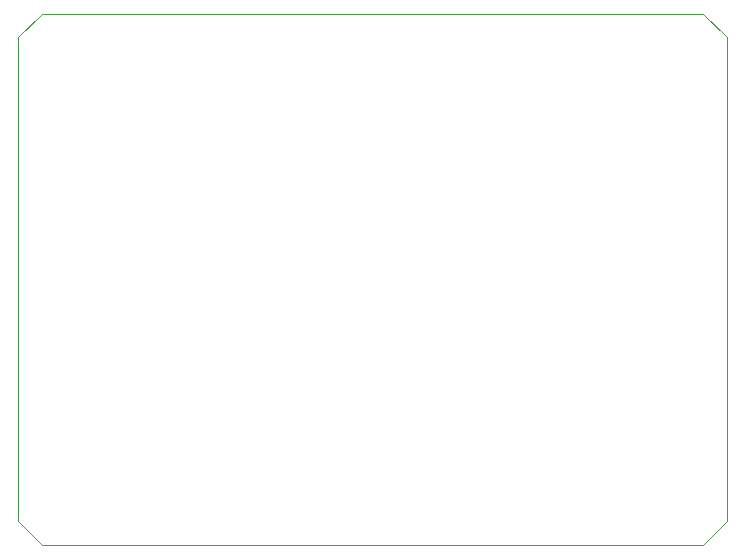
<source format=gbr>
%TF.GenerationSoftware,KiCad,Pcbnew,9.0.6*%
%TF.CreationDate,2026-01-11T11:59:37+09:00*%
%TF.ProjectId,SyncSeparator,53796e63-5365-4706-9172-61746f722e6b,rev?*%
%TF.SameCoordinates,Original*%
%TF.FileFunction,Profile,NP*%
%FSLAX46Y46*%
G04 Gerber Fmt 4.6, Leading zero omitted, Abs format (unit mm)*
G04 Created by KiCad (PCBNEW 9.0.6) date 2026-01-11 11:59:37*
%MOMM*%
%LPD*%
G01*
G04 APERTURE LIST*
%TA.AperFunction,Profile*%
%ADD10C,0.100000*%
%TD*%
G04 APERTURE END LIST*
D10*
X85000000Y-67000000D02*
X85000000Y-108000000D01*
X87000000Y-110000000D02*
X85000000Y-108000000D01*
X145000000Y-108000000D02*
X145000000Y-67000000D01*
X87000000Y-110000000D02*
X143000000Y-110000000D01*
X143000000Y-110000000D02*
X145000000Y-108000000D01*
X87000000Y-65000000D02*
X85000000Y-67000000D01*
X143000000Y-65000000D02*
X87000000Y-65000000D01*
X145000000Y-67000000D02*
X143000000Y-65000000D01*
M02*

</source>
